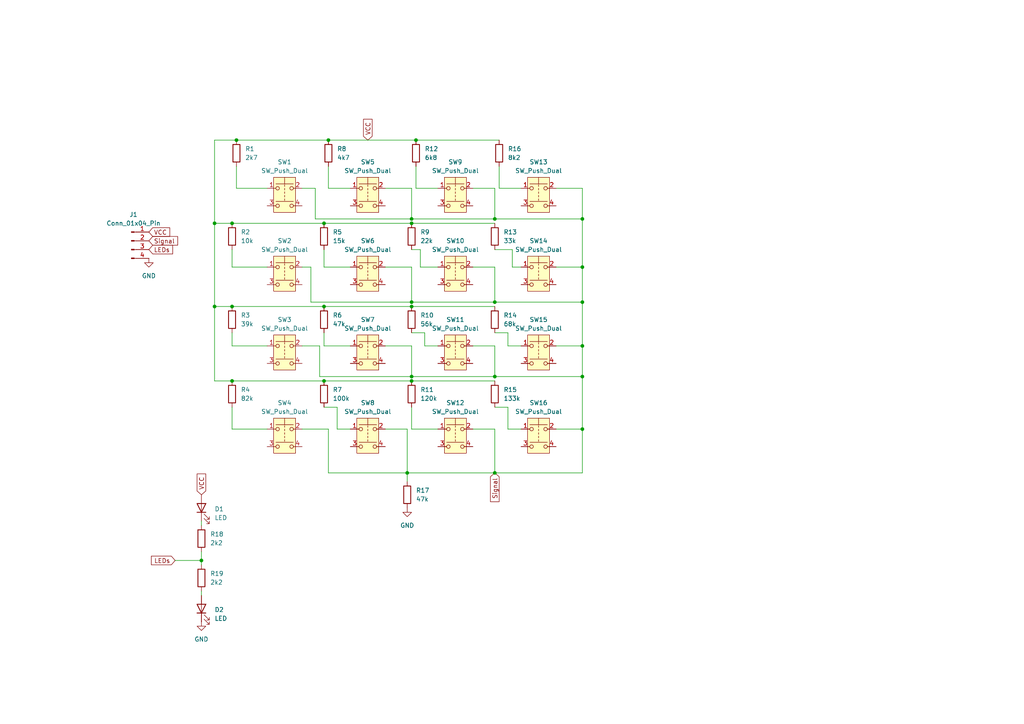
<source format=kicad_sch>
(kicad_sch (version 20231120) (generator "eeschema") (generator_version "8.0")
  (paper "A4")
  (lib_symbols
    (symbol "Connector:Conn_01x04_Pin" (pin_names (offset 1.016) hide)
      (property "Reference" "J" (at 0 5.08 0))
      (property "Value" "Conn_01x04_Pin" (at 0 -7.62 0))
      (symbol "Conn_01x04_Pin_1_1"
        (polyline (pts (xy 1.27 -5.08) (xy 0.8636 -5.08)) (stroke (width 0.1524)))
        (polyline (pts (xy 1.27 -2.54) (xy 0.8636 -2.54)) (stroke (width 0.1524)))
        (polyline (pts (xy 1.27 0) (xy 0.8636 0)) (stroke (width 0.1524)))
        (polyline (pts (xy 1.27 2.54) (xy 0.8636 2.54)) (stroke (width 0.1524)))
        (rectangle (start 0.8636 -4.953) (end 0 -5.207) (stroke (width 0.1524)) (fill (type outline)))
        (rectangle (start 0.8636 -2.413) (end 0 -2.667) (stroke (width 0.1524)) (fill (type outline)))
        (rectangle (start 0.8636 0.127) (end 0 -0.127) (stroke (width 0.1524)) (fill (type outline)))
        (rectangle (start 0.8636 2.667) (end 0 2.413) (stroke (width 0.1524)) (fill (type outline)))
        (pin passive line (at 5.08 2.54 180) (length 3.81) (name "Pin_1") (number "1"))
        (pin passive line (at 5.08 0 180) (length 3.81) (name "Pin_2") (number "2"))
        (pin passive line (at 5.08 -2.54 180) (length 3.81) (name "Pin_3") (number "3"))
        (pin passive line (at 5.08 -5.08 180) (length 3.81) (name "Pin_4") (number "4"))
      )
    )
    (symbol "Device:LED" (pin_numbers hide) (pin_names (offset 1.016) hide)
      (property "Reference" "D" (at 0 2.54 0))
      (property "Value" "LED" (at 0 -2.54 0))
      (symbol "LED_0_1"
        (polyline (pts (xy -1.27 -1.27) (xy -1.27 1.27)) (stroke (width 0.254)))
        (polyline (pts (xy -1.27 0) (xy 1.27 0)))
        (polyline (pts (xy 1.27 -1.27) (xy 1.27 1.27) (xy -1.27 0) (xy 1.27 -1.27)) (stroke (width 0.254)))
        (polyline (pts (xy -3.048 -0.762) (xy -4.572 -2.286) (xy -3.81 -2.286) (xy -4.572 -2.286) (xy -4.572 -1.524)))
        (polyline (pts (xy -1.778 -0.762) (xy -3.302 -2.286) (xy -2.54 -2.286) (xy -3.302 -2.286) (xy -3.302 -1.524)))
      )
      (symbol "LED_1_1"
        (pin passive line (at -3.81 0 0) (length 2.54) (name "K") (number "1"))
        (pin passive line (at 3.81 0 180) (length 2.54) (name "A") (number "2"))
      )
    )
    (symbol "Device:R" (pin_numbers hide) (pin_names (offset 0))
      (property "Reference" "R" (at 2.032 0 90))
      (property "Value" "R" (at 0 0 90))
      (symbol "R_0_1"
        (rectangle (start -1.016 -2.54) (end 1.016 2.54) (stroke (width 0.254)))
      )
      (symbol "R_1_1"
        (pin passive line (at 0 3.81 270) (length 1.27) (name "~") (number "1"))
        (pin passive line (at 0 -3.81 90) (length 1.27) (name "~") (number "2"))
      )
    )
    (symbol "Switch:SW_Push_Dual" (pin_names (offset 1.016) hide)
      (property "Reference" "SW" (at 0 7.62 0))
      (property "Value" "SW_Push_Dual" (at 0 -6.35 0))
      (symbol "SW_Push_Dual_0_1"
        (circle (center -2.032 -2.54) (radius 0.508))
        (circle (center -2.032 2.54) (radius 0.508))
        (polyline (pts (xy 0 -0.508) (xy 0 -1.016)))
        (polyline (pts (xy 0 0.508) (xy 0 0)))
        (polyline (pts (xy 0 1.016) (xy 0 1.524)))
        (polyline (pts (xy 0 2.032) (xy 0 2.54)))
        (polyline (pts (xy 0 3.048) (xy 0 3.556)))
        (polyline (pts (xy 0 3.81) (xy 0 5.588)))
        (polyline (pts (xy 2.54 -1.27) (xy -2.54 -1.27)))
        (polyline (pts (xy 2.54 3.81) (xy -2.54 3.81)))
        (circle (center 2.032 -2.54) (radius 0.508))
        (circle (center 2.032 2.54) (radius 0.508))
        (pin passive line (at -5.08 2.54 0) (length 2.54) (name "1") (number "1"))
        (pin passive line (at 5.08 2.54 180) (length 2.54) (name "2") (number "2"))
        (pin passive line (at -5.08 -2.54 0) (length 2.54) (name "3") (number "3"))
        (pin passive line (at 5.08 -2.54 180) (length 2.54) (name "4") (number "4"))
      )
      (symbol "SW_Push_Dual_1_1"
        (rectangle (start -3.175 5.715) (end 3.175 -4.445) (fill (type background)))
      )
    )
    (symbol "power:GND" (power) (pin_numbers hide) (pin_names (offset 0) hide)
      (property "Value" "GND" (at 0 -3.81 0))
      (symbol "GND_0_1"
        (polyline (pts (xy 0 0) (xy 0 -1.27) (xy 1.27 -1.27) (xy 0 -2.54) (xy -1.27 -1.27) (xy 0 -1.27)))
      )
      (symbol "GND_1_1"
        (pin power_in line (at 0 0 270) (length 0) (name "~") (number "1"))
      )
    )
  )
  (junction (at 95.25 40.64))
  (junction (at 119.38 88.9))
  (junction (at 120.65 40.64))
  (junction (at 62.23 88.9))
  (junction (at 143.51 87.63))
  (junction (at 68.58 40.64))
  (junction (at 119.38 109.22))
  (junction (at 168.91 100.33))
  (junction (at 168.91 124.46))
  (junction (at 168.91 109.22))
  (junction (at 62.23 64.77))
  (junction (at 168.91 87.63))
  (junction (at 58.42 162.56))
  (junction (at 119.38 110.49))
  (junction (at 119.38 63.5))
  (junction (at 67.31 88.9))
  (junction (at 168.91 77.47))
  (junction (at 119.38 87.63))
  (junction (at 93.98 88.9))
  (junction (at 143.51 109.22))
  (junction (at 67.31 110.49))
  (junction (at 143.51 137.16))
  (junction (at 143.51 63.5))
  (junction (at 67.31 64.77))
  (junction (at 119.38 64.77))
  (junction (at 93.98 110.49))
  (junction (at 118.11 137.16))
  (junction (at 168.91 63.5))
  (junction (at 93.98 64.77))
  (wire (pts (xy 62.23 64.77) (xy 62.23 88.9)))
  (wire (pts (xy 119.38 64.77) (xy 143.51 64.77)))
  (wire (pts (xy 87.63 100.33) (xy 92.71 100.33)))
  (wire (pts (xy 77.47 100.33) (xy 67.31 100.33)))
  (wire (pts (xy 101.6 100.33) (xy 93.98 100.33)))
  (wire (pts (xy 111.76 54.61) (xy 119.38 54.61)))
  (wire (pts (xy 93.98 110.49) (xy 119.38 110.49)))
  (wire (pts (xy 119.38 109.22) (xy 143.51 109.22)))
  (wire (pts (xy 147.32 118.11) (xy 143.51 118.11)))
  (wire (pts (xy 68.58 54.61) (xy 68.58 48.26)))
  (wire (pts (xy 92.71 100.33) (xy 92.71 109.22)))
  (wire (pts (xy 143.51 124.46) (xy 143.51 137.16)))
  (wire (pts (xy 67.31 88.9) (xy 62.23 88.9)))
  (wire (pts (xy 77.47 54.61) (xy 68.58 54.61)))
  (wire (pts (xy 127 54.61) (xy 120.65 54.61)))
  (wire (pts (xy 90.17 77.47) (xy 90.17 87.63)))
  (wire (pts (xy 137.16 100.33) (xy 143.51 100.33)))
  (wire (pts (xy 58.42 162.56) (xy 58.42 163.83)))
  (wire (pts (xy 87.63 54.61) (xy 91.44 54.61)))
  (wire (pts (xy 91.44 63.5) (xy 119.38 63.5)))
  (wire (pts (xy 68.58 40.64) (xy 95.25 40.64)))
  (wire (pts (xy 95.25 137.16) (xy 118.11 137.16)))
  (wire (pts (xy 127 77.47) (xy 121.92 77.47)))
  (wire (pts (xy 77.47 124.46) (xy 67.31 124.46)))
  (wire (pts (xy 121.92 72.39) (xy 119.38 72.39)))
  (wire (pts (xy 119.38 88.9) (xy 143.51 88.9)))
  (wire (pts (xy 101.6 124.46) (xy 97.79 124.46)))
  (wire (pts (xy 168.91 124.46) (xy 168.91 137.16)))
  (wire (pts (xy 168.91 87.63) (xy 168.91 100.33)))
  (wire (pts (xy 67.31 100.33) (xy 67.31 96.52)))
  (wire (pts (xy 161.29 54.61) (xy 168.91 54.61)))
  (wire (pts (xy 123.19 100.33) (xy 123.19 96.52)))
  (wire (pts (xy 161.29 77.47) (xy 168.91 77.47)))
  (wire (pts (xy 123.19 96.52) (xy 119.38 96.52)))
  (wire (pts (xy 77.47 77.47) (xy 67.31 77.47)))
  (wire (pts (xy 119.38 77.47) (xy 119.38 87.63)))
  (wire (pts (xy 148.59 72.39) (xy 143.51 72.39)))
  (wire (pts (xy 143.51 100.33) (xy 143.51 109.22)))
  (wire (pts (xy 147.32 100.33) (xy 147.32 96.52)))
  (wire (pts (xy 93.98 100.33) (xy 93.98 96.52)))
  (wire (pts (xy 118.11 139.7) (xy 118.11 137.16)))
  (wire (pts (xy 101.6 54.61) (xy 95.25 54.61)))
  (wire (pts (xy 143.51 54.61) (xy 143.51 63.5)))
  (wire (pts (xy 161.29 124.46) (xy 168.91 124.46)))
  (wire (pts (xy 168.91 137.16) (xy 143.51 137.16)))
  (wire (pts (xy 92.71 109.22) (xy 119.38 109.22)))
  (wire (pts (xy 67.31 110.49) (xy 93.98 110.49)))
  (wire (pts (xy 118.11 137.16) (xy 118.11 124.46)))
  (wire (pts (xy 87.63 77.47) (xy 90.17 77.47)))
  (wire (pts (xy 137.16 54.61) (xy 143.51 54.61)))
  (wire (pts (xy 62.23 40.64) (xy 62.23 64.77)))
  (wire (pts (xy 168.91 77.47) (xy 168.91 87.63)))
  (wire (pts (xy 67.31 72.39) (xy 67.31 77.47)))
  (wire (pts (xy 95.25 124.46) (xy 95.25 137.16)))
  (wire (pts (xy 91.44 54.61) (xy 91.44 63.5)))
  (wire (pts (xy 127 100.33) (xy 123.19 100.33)))
  (wire (pts (xy 58.42 151.13) (xy 58.42 152.4)))
  (wire (pts (xy 143.51 109.22) (xy 168.91 109.22)))
  (wire (pts (xy 137.16 124.46) (xy 143.51 124.46)))
  (wire (pts (xy 87.63 124.46) (xy 95.25 124.46)))
  (wire (pts (xy 147.32 96.52) (xy 143.51 96.52)))
  (wire (pts (xy 151.13 100.33) (xy 147.32 100.33)))
  (wire (pts (xy 119.38 87.63) (xy 143.51 87.63)))
  (wire (pts (xy 119.38 54.61) (xy 119.38 63.5)))
  (wire (pts (xy 50.8 162.56) (xy 58.42 162.56)))
  (wire (pts (xy 68.58 40.64) (xy 62.23 40.64)))
  (wire (pts (xy 62.23 110.49) (xy 67.31 110.49)))
  (wire (pts (xy 120.65 54.61) (xy 120.65 48.26)))
  (wire (pts (xy 90.17 87.63) (xy 119.38 87.63)))
  (wire (pts (xy 93.98 88.9) (xy 119.38 88.9)))
  (wire (pts (xy 119.38 110.49) (xy 143.51 110.49)))
  (wire (pts (xy 120.65 40.64) (xy 144.78 40.64)))
  (wire (pts (xy 101.6 77.47) (xy 93.98 77.47)))
  (wire (pts (xy 119.38 124.46) (xy 119.38 118.11)))
  (wire (pts (xy 161.29 100.33) (xy 168.91 100.33)))
  (wire (pts (xy 143.51 137.16) (xy 118.11 137.16)))
  (wire (pts (xy 97.79 118.11) (xy 93.98 118.11)))
  (wire (pts (xy 67.31 64.77) (xy 62.23 64.77)))
  (wire (pts (xy 62.23 88.9) (xy 62.23 110.49)))
  (wire (pts (xy 143.51 77.47) (xy 143.51 87.63)))
  (wire (pts (xy 67.31 64.77) (xy 93.98 64.77)))
  (wire (pts (xy 118.11 124.46) (xy 111.76 124.46)))
  (wire (pts (xy 111.76 100.33) (xy 119.38 100.33)))
  (wire (pts (xy 127 124.46) (xy 119.38 124.46)))
  (wire (pts (xy 97.79 124.46) (xy 97.79 118.11)))
  (wire (pts (xy 168.91 100.33) (xy 168.91 109.22)))
  (wire (pts (xy 93.98 64.77) (xy 119.38 64.77)))
  (wire (pts (xy 67.31 88.9) (xy 93.98 88.9)))
  (wire (pts (xy 95.25 40.64) (xy 120.65 40.64)))
  (wire (pts (xy 137.16 77.47) (xy 143.51 77.47)))
  (wire (pts (xy 147.32 124.46) (xy 147.32 118.11)))
  (wire (pts (xy 151.13 77.47) (xy 148.59 77.47)))
  (wire (pts (xy 151.13 124.46) (xy 147.32 124.46)))
  (wire (pts (xy 121.92 77.47) (xy 121.92 72.39)))
  (wire (pts (xy 67.31 124.46) (xy 67.31 118.11)))
  (wire (pts (xy 168.91 63.5) (xy 168.91 77.47)))
  (wire (pts (xy 95.25 54.61) (xy 95.25 48.26)))
  (wire (pts (xy 119.38 100.33) (xy 119.38 109.22)))
  (wire (pts (xy 168.91 109.22) (xy 168.91 124.46)))
  (wire (pts (xy 58.42 160.02) (xy 58.42 162.56)))
  (wire (pts (xy 93.98 77.47) (xy 93.98 72.39)))
  (wire (pts (xy 58.42 171.45) (xy 58.42 172.72)))
  (wire (pts (xy 119.38 63.5) (xy 143.51 63.5)))
  (wire (pts (xy 143.51 63.5) (xy 168.91 63.5)))
  (wire (pts (xy 148.59 77.47) (xy 148.59 72.39)))
  (wire (pts (xy 151.13 54.61) (xy 144.78 54.61)))
  (wire (pts (xy 111.76 77.47) (xy 119.38 77.47)))
  (wire (pts (xy 143.51 87.63) (xy 168.91 87.63)))
  (wire (pts (xy 168.91 54.61) (xy 168.91 63.5)))
  (wire (pts (xy 144.78 54.61) (xy 144.78 48.26)))
  (global_label "VCC" (shape input) (at 43.18 67.31 0) (property "Intersheetrefs" "${INTERSHEET_REFS}" (effects (hide yes))))
  (global_label "VCC" (shape input) (at 58.42 143.51 90) (property "Intersheetrefs" "${INTERSHEET_REFS}" (effects (hide yes))))
  (global_label "LEDs" (shape input) (at 43.18 72.39 0) (property "Intersheetrefs" "${INTERSHEET_REFS}" (effects (hide yes))))
  (global_label "LEDs" (shape input) (at 50.8 162.56 180) (property "Intersheetrefs" "${INTERSHEET_REFS}" (effects (hide yes))))
  (global_label "Signal" (shape input) (at 143.51 137.16 270) (property "Intersheetrefs" "${INTERSHEET_REFS}" (effects (hide yes))))
  (global_label "Signal" (shape input) (at 43.18 69.85 0) (property "Intersheetrefs" "${INTERSHEET_REFS}" (effects (hide yes))))
  (global_label "VCC" (shape input) (at 106.68 40.64 90) (property "Intersheetrefs" "${INTERSHEET_REFS}" (effects (hide yes))))
  (symbol (lib_id "Switch:SW_Push_Dual") (at 82.55 127 0) (unit 1)
    (property "Reference" "SW4" (at 82.55 116.84 0))
    (property "Value" "SW_Push_Dual" (at 82.55 119.38 0))
    (property "Footprint" "Button_Switch_THT:SW_PUSH_6mm" (effects (hide yes)))
    (property "Description" "Push button switch, generic, symbol, four pins" (effects (hide yes)))
  )
  (symbol (lib_id "power:GND") (at 43.18 74.93 0) (unit 1)
    (property "Reference" "#PWR02" (effects (hide yes)))
    (property "Value" "GND" (at 43.18 80.01 0))
    (property "Description" "Power symbol creates a global label with name \"GND\" , ground" (effects (hide yes)))
  )
  (symbol (lib_id "Switch:SW_Push_Dual") (at 132.08 102.87 0) (unit 1)
    (property "Reference" "SW11" (at 132.08 92.71 0))
    (property "Value" "SW_Push_Dual" (at 132.08 95.25 0))
    (property "Footprint" "Button_Switch_THT:SW_PUSH_6mm" (effects (hide yes)))
    (property "Description" "Push button switch, generic, symbol, four pins" (effects (hide yes)))
  )
  (symbol (lib_id "Device:R") (at 143.51 114.3 0) (unit 1)
    (property "Reference" "R15" (at 146.05 113.0299 0) (effects (justify left)))
    (property "Value" "133k" (at 146.05 115.5699 0) (effects (justify left)))
    (property "Footprint" "Resistor_SMD:R_0805_2012Metric" (effects (hide yes)))
    (property "Description" "Resistor" (effects (hide yes)))
  )
  (symbol (lib_id "Device:R") (at 143.51 68.58 0) (unit 1)
    (property "Reference" "R13" (at 146.05 67.3099 0) (effects (justify left)))
    (property "Value" "33k" (at 146.05 69.8499 0) (effects (justify left)))
    (property "Footprint" "Resistor_SMD:R_0805_2012Metric" (effects (hide yes)))
    (property "Description" "Resistor" (effects (hide yes)))
  )
  (symbol (lib_id "Device:R") (at 143.51 92.71 0) (unit 1)
    (property "Reference" "R14" (at 146.05 91.4399 0) (effects (justify left)))
    (property "Value" "68k" (at 146.05 93.9799 0) (effects (justify left)))
    (property "Footprint" "Resistor_SMD:R_0805_2012Metric" (effects (hide yes)))
    (property "Description" "Resistor" (effects (hide yes)))
  )
  (symbol (lib_id "Device:R") (at 58.42 156.21 180) (unit 1)
    (property "Reference" "R18" (at 60.96 154.9399 0) (effects (justify right)))
    (property "Value" "2k2" (at 60.96 157.4799 0) (effects (justify right)))
    (property "Footprint" "Resistor_SMD:R_0805_2012Metric" (effects (hide yes)))
    (property "Description" "Resistor" (effects (hide yes)))
  )
  (symbol (lib_id "Device:R") (at 119.38 114.3 0) (unit 1)
    (property "Reference" "R11" (at 121.92 113.0299 0) (effects (justify left)))
    (property "Value" "120k" (at 121.92 115.5699 0) (effects (justify left)))
    (property "Footprint" "Resistor_SMD:R_0805_2012Metric" (effects (hide yes)))
    (property "Description" "Resistor" (effects (hide yes)))
  )
  (symbol (lib_id "Switch:SW_Push_Dual") (at 132.08 127 0) (unit 1)
    (property "Reference" "SW12" (at 132.08 116.84 0))
    (property "Value" "SW_Push_Dual" (at 132.08 119.38 0))
    (property "Footprint" "Button_Switch_THT:SW_PUSH_6mm" (effects (hide yes)))
    (property "Description" "Push button switch, generic, symbol, four pins" (effects (hide yes)))
  )
  (symbol (lib_id "Device:R") (at 118.11 143.51 0) (unit 1)
    (property "Reference" "R17" (at 120.65 142.2399 0) (effects (justify left)))
    (property "Value" "47k" (at 120.65 144.7799 0) (effects (justify left)))
    (property "Footprint" "Resistor_SMD:R_0805_2012Metric" (effects (hide yes)))
    (property "Description" "Resistor" (effects (hide yes)))
  )
  (symbol (lib_id "Switch:SW_Push_Dual") (at 156.21 127 0) (unit 1)
    (property "Reference" "SW16" (at 156.21 116.84 0))
    (property "Value" "SW_Push_Dual" (at 156.21 119.38 0))
    (property "Footprint" "Button_Switch_THT:SW_PUSH_6mm" (effects (hide yes)))
    (property "Description" "Push button switch, generic, symbol, four pins" (effects (hide yes)))
  )
  (symbol (lib_id "Device:R") (at 119.38 68.58 0) (unit 1)
    (property "Reference" "R9" (at 121.92 67.3099 0) (effects (justify left)))
    (property "Value" "22k" (at 121.92 69.8499 0) (effects (justify left)))
    (property "Footprint" "Resistor_SMD:R_0805_2012Metric" (effects (hide yes)))
    (property "Description" "Resistor" (effects (hide yes)))
  )
  (symbol (lib_id "Switch:SW_Push_Dual") (at 156.21 102.87 0) (unit 1)
    (property "Reference" "SW15" (at 156.21 92.71 0))
    (property "Value" "SW_Push_Dual" (at 156.21 95.25 0))
    (property "Footprint" "Button_Switch_THT:SW_PUSH_6mm" (effects (hide yes)))
    (property "Description" "Push button switch, generic, symbol, four pins" (effects (hide yes)))
  )
  (symbol (lib_id "power:GND") (at 118.11 147.32 0) (unit 1)
    (property "Reference" "#PWR01" (effects (hide yes)))
    (property "Value" "GND" (at 118.11 152.4 0))
    (property "Description" "Power symbol creates a global label with name \"GND\" , ground" (effects (hide yes)))
  )
  (symbol (lib_id "Device:R") (at 119.38 92.71 0) (unit 1)
    (property "Reference" "R10" (at 121.92 91.4399 0) (effects (justify left)))
    (property "Value" "56k" (at 121.92 93.9799 0) (effects (justify left)))
    (property "Footprint" "Resistor_SMD:R_0805_2012Metric" (effects (hide yes)))
    (property "Description" "Resistor" (effects (hide yes)))
  )
  (symbol (lib_id "Connector:Conn_01x04_Pin") (at 38.1 69.85 0) (unit 1)
    (property "Reference" "J1" (at 38.735 62.23 0))
    (property "Value" "Conn_01x04_Pin" (at 38.735 64.77 0))
    (property "Footprint" "Connector_PinHeader_2.54mm:PinHeader_1x04_P2.54mm_Vertical" (effects (hide yes)))
    (property "Description" "Generic connector, single row, 01x04, script generated" (effects (hide yes)))
  )
  (symbol (lib_id "Switch:SW_Push_Dual") (at 82.55 102.87 0) (unit 1)
    (property "Reference" "SW3" (at 82.55 92.71 0))
    (property "Value" "SW_Push_Dual" (at 82.55 95.25 0))
    (property "Footprint" "Button_Switch_THT:SW_PUSH_6mm" (effects (hide yes)))
    (property "Description" "Push button switch, generic, symbol, four pins" (effects (hide yes)))
  )
  (symbol (lib_id "Device:R") (at 93.98 114.3 0) (unit 1)
    (property "Reference" "R7" (at 96.52 113.0299 0) (effects (justify left)))
    (property "Value" "100k" (at 96.52 115.5699 0) (effects (justify left)))
    (property "Footprint" "Resistor_SMD:R_0805_2012Metric" (effects (hide yes)))
    (property "Description" "Resistor" (effects (hide yes)))
  )
  (symbol (lib_id "Device:R") (at 67.31 68.58 0) (unit 1)
    (property "Reference" "R2" (at 69.85 67.3099 0) (effects (justify left)))
    (property "Value" "10k" (at 69.85 69.8499 0) (effects (justify left)))
    (property "Footprint" "Resistor_SMD:R_0805_2012Metric" (effects (hide yes)))
    (property "Description" "Resistor" (effects (hide yes)))
  )
  (symbol (lib_id "Switch:SW_Push_Dual") (at 106.68 80.01 0) (unit 1)
    (property "Reference" "SW6" (at 106.68 69.85 0))
    (property "Value" "SW_Push_Dual" (at 106.68 72.39 0))
    (property "Footprint" "Button_Switch_THT:SW_PUSH_6mm" (effects (hide yes)))
    (property "Description" "Push button switch, generic, symbol, four pins" (effects (hide yes)))
  )
  (symbol (lib_id "Device:R") (at 58.42 167.64 180) (unit 1)
    (property "Reference" "R19" (at 60.96 166.3699 0) (effects (justify right)))
    (property "Value" "2k2" (at 60.96 168.9099 0) (effects (justify right)))
    (property "Footprint" "Resistor_SMD:R_0805_2012Metric" (effects (hide yes)))
    (property "Description" "Resistor" (effects (hide yes)))
  )
  (symbol (lib_id "Switch:SW_Push_Dual") (at 156.21 57.15 0) (unit 1)
    (property "Reference" "SW13" (at 156.21 46.99 0))
    (property "Value" "SW_Push_Dual" (at 156.21 49.53 0))
    (property "Footprint" "Button_Switch_THT:SW_PUSH_6mm" (effects (hide yes)))
    (property "Description" "Push button switch, generic, symbol, four pins" (effects (hide yes)))
  )
  (symbol (lib_id "Device:R") (at 144.78 44.45 0) (unit 1)
    (property "Reference" "R16" (at 147.32 43.1799 0) (effects (justify left)))
    (property "Value" "8k2" (at 147.32 45.7199 0) (effects (justify left)))
    (property "Footprint" "Resistor_SMD:R_0805_2012Metric" (effects (hide yes)))
    (property "Description" "Resistor" (effects (hide yes)))
  )
  (symbol (lib_id "Switch:SW_Push_Dual") (at 156.21 80.01 0) (unit 1)
    (property "Reference" "SW14" (at 156.21 69.85 0))
    (property "Value" "SW_Push_Dual" (at 156.21 72.39 0))
    (property "Footprint" "Button_Switch_THT:SW_PUSH_6mm" (effects (hide yes)))
    (property "Description" "Push button switch, generic, symbol, four pins" (effects (hide yes)))
  )
  (symbol (lib_id "Switch:SW_Push_Dual") (at 132.08 80.01 0) (unit 1)
    (property "Reference" "SW10" (at 132.08 69.85 0))
    (property "Value" "SW_Push_Dual" (at 132.08 72.39 0))
    (property "Footprint" "Button_Switch_THT:SW_PUSH_6mm" (effects (hide yes)))
    (property "Description" "Push button switch, generic, symbol, four pins" (effects (hide yes)))
  )
  (symbol (lib_id "Device:R") (at 95.25 44.45 0) (unit 1)
    (property "Reference" "R8" (at 97.79 43.1799 0) (effects (justify left)))
    (property "Value" "4k7" (at 97.79 45.7199 0) (effects (justify left)))
    (property "Footprint" "Resistor_SMD:R_0805_2012Metric" (effects (hide yes)))
    (property "Description" "Resistor" (effects (hide yes)))
  )
  (symbol (lib_id "Switch:SW_Push_Dual") (at 106.68 57.15 0) (unit 1)
    (property "Reference" "SW5" (at 106.68 46.99 0))
    (property "Value" "SW_Push_Dual" (at 106.68 49.53 0))
    (property "Footprint" "Button_Switch_THT:SW_PUSH_6mm" (effects (hide yes)))
    (property "Description" "Push button switch, generic, symbol, four pins" (effects (hide yes)))
  )
  (symbol (lib_id "Device:LED") (at 58.42 147.32 90) (unit 1)
    (property "Reference" "D1" (at 62.23 147.6374 90) (effects (justify right)))
    (property "Value" "LED" (at 62.23 150.1774 90) (effects (justify right)))
    (property "Footprint" "LED_THT:LED_D5.0mm_Clear" (effects (hide yes)))
    (property "Description" "Light emitting diode" (effects (hide yes)))
  )
  (symbol (lib_id "Device:R") (at 120.65 44.45 0) (unit 1)
    (property "Reference" "R12" (at 123.19 43.1799 0) (effects (justify left)))
    (property "Value" "6k8" (at 123.19 45.7199 0) (effects (justify left)))
    (property "Footprint" "Resistor_SMD:R_0805_2012Metric" (effects (hide yes)))
    (property "Description" "Resistor" (effects (hide yes)))
  )
  (symbol (lib_id "Switch:SW_Push_Dual") (at 106.68 127 0) (unit 1)
    (property "Reference" "SW8" (at 106.68 116.84 0))
    (property "Value" "SW_Push_Dual" (at 106.68 119.38 0))
    (property "Footprint" "Button_Switch_THT:SW_PUSH_6mm" (effects (hide yes)))
    (property "Description" "Push button switch, generic, symbol, four pins" (effects (hide yes)))
  )
  (symbol (lib_id "Switch:SW_Push_Dual") (at 132.08 57.15 0) (unit 1)
    (property "Reference" "SW9" (at 132.08 46.99 0))
    (property "Value" "SW_Push_Dual" (at 132.08 49.53 0))
    (property "Footprint" "Button_Switch_THT:SW_PUSH_6mm" (effects (hide yes)))
    (property "Description" "Push button switch, generic, symbol, four pins" (effects (hide yes)))
  )
  (symbol (lib_id "Device:R") (at 93.98 92.71 0) (unit 1)
    (property "Reference" "R6" (at 96.52 91.4399 0) (effects (justify left)))
    (property "Value" "47k" (at 96.52 93.9799 0) (effects (justify left)))
    (property "Footprint" "Resistor_SMD:R_0805_2012Metric" (effects (hide yes)))
    (property "Description" "Resistor" (effects (hide yes)))
  )
  (symbol (lib_id "Device:R") (at 68.58 44.45 0) (unit 1)
    (property "Reference" "R1" (at 71.12 43.1799 0) (effects (justify left)))
    (property "Value" "2k7" (at 71.12 45.7199 0) (effects (justify left)))
    (property "Footprint" "Resistor_SMD:R_0805_2012Metric" (effects (hide yes)))
    (property "Description" "Resistor" (effects (hide yes)))
  )
  (symbol (lib_id "Device:R") (at 67.31 92.71 0) (unit 1)
    (property "Reference" "R3" (at 69.85 91.4399 0) (effects (justify left)))
    (property "Value" "39k" (at 69.85 93.9799 0) (effects (justify left)))
    (property "Footprint" "Resistor_SMD:R_0805_2012Metric" (effects (hide yes)))
    (property "Description" "Resistor" (effects (hide yes)))
  )
  (symbol (lib_id "Switch:SW_Push_Dual") (at 82.55 80.01 0) (unit 1)
    (property "Reference" "SW2" (at 82.55 69.85 0))
    (property "Value" "SW_Push_Dual" (at 82.55 72.39 0))
    (property "Footprint" "Button_Switch_THT:SW_PUSH_6mm" (effects (hide yes)))
    (property "Description" "Push button switch, generic, symbol, four pins" (effects (hide yes)))
  )
  (symbol (lib_id "Device:R") (at 93.98 68.58 0) (unit 1)
    (property "Reference" "R5" (at 96.52 67.3099 0) (effects (justify left)))
    (property "Value" "15k" (at 96.52 69.8499 0) (effects (justify left)))
    (property "Footprint" "Resistor_SMD:R_0805_2012Metric" (effects (hide yes)))
    (property "Description" "Resistor" (effects (hide yes)))
  )
  (symbol (lib_id "Switch:SW_Push_Dual") (at 82.55 57.15 0) (unit 1)
    (property "Reference" "SW1" (at 82.55 46.99 0))
    (property "Value" "SW_Push_Dual" (at 82.55 49.53 0))
    (property "Footprint" "Button_Switch_THT:SW_PUSH_6mm" (effects (hide yes)))
    (property "Description" "Push button switch, generic, symbol, four pins" (effects (hide yes)))
  )
  (symbol (lib_id "Switch:SW_Push_Dual") (at 106.68 102.87 0) (unit 1)
    (property "Reference" "SW7" (at 106.68 92.71 0))
    (property "Value" "SW_Push_Dual" (at 106.68 95.25 0))
    (property "Footprint" "Button_Switch_THT:SW_PUSH_6mm" (effects (hide yes)))
    (property "Description" "Push button switch, generic, symbol, four pins" (effects (hide yes)))
  )
  (symbol (lib_id "Device:LED") (at 58.42 176.53 90) (unit 1)
    (property "Reference" "D2" (at 62.23 176.8474 90) (effects (justify right)))
    (property "Value" "LED" (at 62.23 179.3874 90) (effects (justify right)))
    (property "Footprint" "LED_THT:LED_D5.0mm_Clear" (effects (hide yes)))
    (property "Description" "Light emitting diode" (effects (hide yes)))
  )
  (symbol (lib_id "Device:R") (at 67.31 114.3 0) (unit 1)
    (property "Reference" "R4" (at 69.85 113.0299 0) (effects (justify left)))
    (property "Value" "82k" (at 69.85 115.5699 0) (effects (justify left)))
    (property "Footprint" "Resistor_SMD:R_0805_2012Metric" (effects (hide yes)))
    (property "Description" "Resistor" (effects (hide yes)))
  )
  (symbol (lib_id "power:GND") (at 58.42 180.34 0) (unit 1)
    (property "Reference" "#PWR03" (effects (hide yes)))
    (property "Value" "GND" (at 58.42 185.42 0))
    (property "Description" "Power symbol creates a global label with name \"GND\" , ground" (effects (hide yes)))
  )
)
</source>
